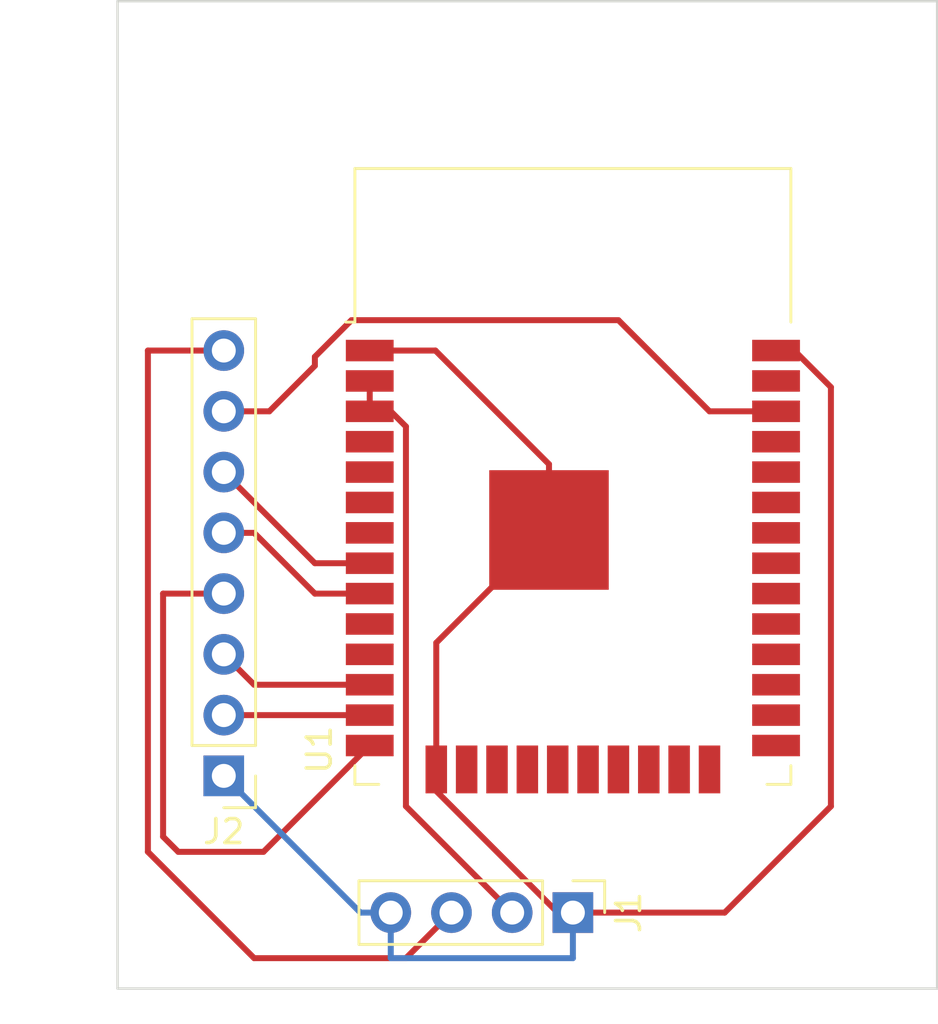
<source format=kicad_pcb>
(kicad_pcb (version 20171130) (host pcbnew 5.99.0+really5.1.10+dfsg1-1)

  (general
    (thickness 1.6)
    (drawings 4)
    (tracks 48)
    (zones 0)
    (modules 3)
    (nets 37)
  )

  (page A4)
  (layers
    (0 F.Cu signal)
    (31 B.Cu signal)
    (32 B.Adhes user)
    (33 F.Adhes user)
    (34 B.Paste user)
    (35 F.Paste user)
    (36 B.SilkS user)
    (37 F.SilkS user)
    (38 B.Mask user)
    (39 F.Mask user)
    (40 Dwgs.User user)
    (41 Cmts.User user)
    (42 Eco1.User user)
    (43 Eco2.User user)
    (44 Edge.Cuts user)
    (45 Margin user)
    (46 B.CrtYd user)
    (47 F.CrtYd user)
    (48 B.Fab user)
    (49 F.Fab user)
  )

  (setup
    (last_trace_width 0.25)
    (trace_clearance 0.2)
    (zone_clearance 0.508)
    (zone_45_only no)
    (trace_min 0.2)
    (via_size 0.8)
    (via_drill 0.4)
    (via_min_size 0.4)
    (via_min_drill 0.3)
    (uvia_size 0.3)
    (uvia_drill 0.1)
    (uvias_allowed no)
    (uvia_min_size 0.2)
    (uvia_min_drill 0.1)
    (edge_width 0.05)
    (segment_width 0.2)
    (pcb_text_width 0.3)
    (pcb_text_size 1.5 1.5)
    (mod_edge_width 0.12)
    (mod_text_size 1 1)
    (mod_text_width 0.15)
    (pad_size 1.524 1.524)
    (pad_drill 0.762)
    (pad_to_mask_clearance 0)
    (aux_axis_origin 0 0)
    (visible_elements FFFFFF7F)
    (pcbplotparams
      (layerselection 0x010fc_ffffffff)
      (usegerberextensions false)
      (usegerberattributes true)
      (usegerberadvancedattributes true)
      (creategerberjobfile true)
      (excludeedgelayer true)
      (linewidth 0.100000)
      (plotframeref false)
      (viasonmask false)
      (mode 1)
      (useauxorigin false)
      (hpglpennumber 1)
      (hpglpenspeed 20)
      (hpglpendiameter 15.000000)
      (psnegative false)
      (psa4output false)
      (plotreference true)
      (plotvalue true)
      (plotinvisibletext false)
      (padsonsilk false)
      (subtractmaskfromsilk false)
      (outputformat 1)
      (mirror false)
      (drillshape 0)
      (scaleselection 1)
      (outputdirectory ""))
  )

  (net 0 "")
  (net 1 GND)
  (net 2 "Net-(U1-Pad37)")
  (net 3 "Net-(J2-Pad3)")
  (net 4 "Net-(U1-Pad35)")
  (net 5 "Net-(U1-Pad34)")
  (net 6 "Net-(U1-Pad33)")
  (net 7 "Net-(U1-Pad32)")
  (net 8 "Net-(U1-Pad31)")
  (net 9 "Net-(U1-Pad30)")
  (net 10 "Net-(U1-Pad29)")
  (net 11 "Net-(U1-Pad28)")
  (net 12 "Net-(U1-Pad27)")
  (net 13 "Net-(U1-Pad26)")
  (net 14 "Net-(U1-Pad25)")
  (net 15 "Net-(U1-Pad24)")
  (net 16 "Net-(U1-Pad23)")
  (net 17 "Net-(U1-Pad22)")
  (net 18 "Net-(U1-Pad21)")
  (net 19 "Net-(U1-Pad20)")
  (net 20 "Net-(U1-Pad19)")
  (net 21 "Net-(U1-Pad18)")
  (net 22 "Net-(U1-Pad17)")
  (net 23 "Net-(U1-Pad16)")
  (net 24 "Net-(J2-Pad2)")
  (net 25 "Net-(J2-Pad4)")
  (net 26 "Net-(U1-Pad11)")
  (net 27 "Net-(U1-Pad10)")
  (net 28 "Net-(J2-Pad6)")
  (net 29 "Net-(U1-Pad7)")
  (net 30 "Net-(U1-Pad6)")
  (net 31 "Net-(U1-Pad5)")
  (net 32 "Net-(U1-Pad4)")
  (net 33 +3V3)
  (net 34 +5V)
  (net 35 "Net-(J2-Pad7)")
  (net 36 "Net-(J2-Pad5)")

  (net_class Default "This is the default net class."
    (clearance 0.2)
    (trace_width 0.25)
    (via_dia 0.8)
    (via_drill 0.4)
    (uvia_dia 0.3)
    (uvia_drill 0.1)
    (add_net +3V3)
    (add_net +5V)
    (add_net GND)
    (add_net "Net-(J2-Pad2)")
    (add_net "Net-(J2-Pad3)")
    (add_net "Net-(J2-Pad4)")
    (add_net "Net-(J2-Pad5)")
    (add_net "Net-(J2-Pad6)")
    (add_net "Net-(J2-Pad7)")
    (add_net "Net-(U1-Pad10)")
    (add_net "Net-(U1-Pad11)")
    (add_net "Net-(U1-Pad16)")
    (add_net "Net-(U1-Pad17)")
    (add_net "Net-(U1-Pad18)")
    (add_net "Net-(U1-Pad19)")
    (add_net "Net-(U1-Pad20)")
    (add_net "Net-(U1-Pad21)")
    (add_net "Net-(U1-Pad22)")
    (add_net "Net-(U1-Pad23)")
    (add_net "Net-(U1-Pad24)")
    (add_net "Net-(U1-Pad25)")
    (add_net "Net-(U1-Pad26)")
    (add_net "Net-(U1-Pad27)")
    (add_net "Net-(U1-Pad28)")
    (add_net "Net-(U1-Pad29)")
    (add_net "Net-(U1-Pad30)")
    (add_net "Net-(U1-Pad31)")
    (add_net "Net-(U1-Pad32)")
    (add_net "Net-(U1-Pad33)")
    (add_net "Net-(U1-Pad34)")
    (add_net "Net-(U1-Pad35)")
    (add_net "Net-(U1-Pad37)")
    (add_net "Net-(U1-Pad4)")
    (add_net "Net-(U1-Pad5)")
    (add_net "Net-(U1-Pad6)")
    (add_net "Net-(U1-Pad7)")
  )

  (module Connector_PinHeader_2.54mm:PinHeader_1x08_P2.54mm_Vertical (layer F.Cu) (tedit 59FED5CC) (tstamp 613B852C)
    (at 17.78 45.72 180)
    (descr "Through hole straight pin header, 1x08, 2.54mm pitch, single row")
    (tags "Through hole pin header THT 1x08 2.54mm single row")
    (path /613BD55F)
    (fp_text reference J2 (at 0 -2.33) (layer F.SilkS)
      (effects (font (size 1 1) (thickness 0.15)))
    )
    (fp_text value Conn_02x04_Top_Bottom (at 0 20.11) (layer F.Fab)
      (effects (font (size 1 1) (thickness 0.15)))
    )
    (fp_line (start 1.8 -1.8) (end -1.8 -1.8) (layer F.CrtYd) (width 0.05))
    (fp_line (start 1.8 19.55) (end 1.8 -1.8) (layer F.CrtYd) (width 0.05))
    (fp_line (start -1.8 19.55) (end 1.8 19.55) (layer F.CrtYd) (width 0.05))
    (fp_line (start -1.8 -1.8) (end -1.8 19.55) (layer F.CrtYd) (width 0.05))
    (fp_line (start -1.33 -1.33) (end 0 -1.33) (layer F.SilkS) (width 0.12))
    (fp_line (start -1.33 0) (end -1.33 -1.33) (layer F.SilkS) (width 0.12))
    (fp_line (start -1.33 1.27) (end 1.33 1.27) (layer F.SilkS) (width 0.12))
    (fp_line (start 1.33 1.27) (end 1.33 19.11) (layer F.SilkS) (width 0.12))
    (fp_line (start -1.33 1.27) (end -1.33 19.11) (layer F.SilkS) (width 0.12))
    (fp_line (start -1.33 19.11) (end 1.33 19.11) (layer F.SilkS) (width 0.12))
    (fp_line (start -1.27 -0.635) (end -0.635 -1.27) (layer F.Fab) (width 0.1))
    (fp_line (start -1.27 19.05) (end -1.27 -0.635) (layer F.Fab) (width 0.1))
    (fp_line (start 1.27 19.05) (end -1.27 19.05) (layer F.Fab) (width 0.1))
    (fp_line (start 1.27 -1.27) (end 1.27 19.05) (layer F.Fab) (width 0.1))
    (fp_line (start -0.635 -1.27) (end 1.27 -1.27) (layer F.Fab) (width 0.1))
    (fp_text user %R (at 0 8.89 90) (layer F.Fab)
      (effects (font (size 1 1) (thickness 0.15)))
    )
    (pad 8 thru_hole oval (at 0 17.78 180) (size 1.7 1.7) (drill 1) (layers *.Cu *.Mask)
      (net 34 +5V))
    (pad 7 thru_hole oval (at 0 15.24 180) (size 1.7 1.7) (drill 1) (layers *.Cu *.Mask)
      (net 35 "Net-(J2-Pad7)"))
    (pad 6 thru_hole oval (at 0 12.7 180) (size 1.7 1.7) (drill 1) (layers *.Cu *.Mask)
      (net 28 "Net-(J2-Pad6)"))
    (pad 5 thru_hole oval (at 0 10.16 180) (size 1.7 1.7) (drill 1) (layers *.Cu *.Mask)
      (net 36 "Net-(J2-Pad5)"))
    (pad 4 thru_hole oval (at 0 7.62 180) (size 1.7 1.7) (drill 1) (layers *.Cu *.Mask)
      (net 25 "Net-(J2-Pad4)"))
    (pad 3 thru_hole oval (at 0 5.08 180) (size 1.7 1.7) (drill 1) (layers *.Cu *.Mask)
      (net 3 "Net-(J2-Pad3)"))
    (pad 2 thru_hole oval (at 0 2.54 180) (size 1.7 1.7) (drill 1) (layers *.Cu *.Mask)
      (net 24 "Net-(J2-Pad2)"))
    (pad 1 thru_hole rect (at 0 0 180) (size 1.7 1.7) (drill 1) (layers *.Cu *.Mask)
      (net 1 GND))
    (model ${KISYS3DMOD}/Connector_PinHeader_2.54mm.3dshapes/PinHeader_1x08_P2.54mm_Vertical.wrl
      (at (xyz 0 0 0))
      (scale (xyz 1 1 1))
      (rotate (xyz 0 0 0))
    )
  )

  (module Connector_PinHeader_2.54mm:PinHeader_1x04_P2.54mm_Vertical (layer F.Cu) (tedit 59FED5CC) (tstamp 613B8510)
    (at 32.385 51.435 270)
    (descr "Through hole straight pin header, 1x04, 2.54mm pitch, single row")
    (tags "Through hole pin header THT 1x04 2.54mm single row")
    (path /613CB939)
    (fp_text reference J1 (at 0 -2.33 90) (layer F.SilkS)
      (effects (font (size 1 1) (thickness 0.15)))
    )
    (fp_text value Conn_01x04 (at 0 9.95 90) (layer F.Fab)
      (effects (font (size 1 1) (thickness 0.15)))
    )
    (fp_line (start 1.8 -1.8) (end -1.8 -1.8) (layer F.CrtYd) (width 0.05))
    (fp_line (start 1.8 9.4) (end 1.8 -1.8) (layer F.CrtYd) (width 0.05))
    (fp_line (start -1.8 9.4) (end 1.8 9.4) (layer F.CrtYd) (width 0.05))
    (fp_line (start -1.8 -1.8) (end -1.8 9.4) (layer F.CrtYd) (width 0.05))
    (fp_line (start -1.33 -1.33) (end 0 -1.33) (layer F.SilkS) (width 0.12))
    (fp_line (start -1.33 0) (end -1.33 -1.33) (layer F.SilkS) (width 0.12))
    (fp_line (start -1.33 1.27) (end 1.33 1.27) (layer F.SilkS) (width 0.12))
    (fp_line (start 1.33 1.27) (end 1.33 8.95) (layer F.SilkS) (width 0.12))
    (fp_line (start -1.33 1.27) (end -1.33 8.95) (layer F.SilkS) (width 0.12))
    (fp_line (start -1.33 8.95) (end 1.33 8.95) (layer F.SilkS) (width 0.12))
    (fp_line (start -1.27 -0.635) (end -0.635 -1.27) (layer F.Fab) (width 0.1))
    (fp_line (start -1.27 8.89) (end -1.27 -0.635) (layer F.Fab) (width 0.1))
    (fp_line (start 1.27 8.89) (end -1.27 8.89) (layer F.Fab) (width 0.1))
    (fp_line (start 1.27 -1.27) (end 1.27 8.89) (layer F.Fab) (width 0.1))
    (fp_line (start -0.635 -1.27) (end 1.27 -1.27) (layer F.Fab) (width 0.1))
    (fp_text user %R (at 0 3.81) (layer F.Fab)
      (effects (font (size 1 1) (thickness 0.15)))
    )
    (pad 4 thru_hole oval (at 0 7.62 270) (size 1.7 1.7) (drill 1) (layers *.Cu *.Mask)
      (net 1 GND))
    (pad 3 thru_hole oval (at 0 5.08 270) (size 1.7 1.7) (drill 1) (layers *.Cu *.Mask)
      (net 34 +5V))
    (pad 2 thru_hole oval (at 0 2.54 270) (size 1.7 1.7) (drill 1) (layers *.Cu *.Mask)
      (net 33 +3V3))
    (pad 1 thru_hole rect (at 0 0 270) (size 1.7 1.7) (drill 1) (layers *.Cu *.Mask)
      (net 1 GND))
    (model ${KISYS3DMOD}/Connector_PinHeader_2.54mm.3dshapes/PinHeader_1x04_P2.54mm_Vertical.wrl
      (at (xyz 0 0 0))
      (scale (xyz 1 1 1))
      (rotate (xyz 0 0 0))
    )
  )

  (module RF_Module:ESP32-WROOM-32 (layer F.Cu) (tedit 5B5B4654) (tstamp 613B7A84)
    (at 32.385 36.195)
    (descr "Single 2.4 GHz Wi-Fi and Bluetooth combo chip https://www.espressif.com/sites/default/files/documentation/esp32-wroom-32_datasheet_en.pdf")
    (tags "Single 2.4 GHz Wi-Fi and Bluetooth combo  chip")
    (path /613B78CE)
    (attr smd)
    (fp_text reference U1 (at -10.61 8.43 90) (layer F.SilkS)
      (effects (font (size 1 1) (thickness 0.15)))
    )
    (fp_text value ESP32-WROOM-32 (at 0 11.5) (layer F.Fab)
      (effects (font (size 1 1) (thickness 0.15)))
    )
    (fp_line (start -9.12 -9.445) (end -9.5 -9.445) (layer F.SilkS) (width 0.12))
    (fp_line (start -9.12 -15.865) (end -9.12 -9.445) (layer F.SilkS) (width 0.12))
    (fp_line (start 9.12 -15.865) (end 9.12 -9.445) (layer F.SilkS) (width 0.12))
    (fp_line (start -9.12 -15.865) (end 9.12 -15.865) (layer F.SilkS) (width 0.12))
    (fp_line (start 9.12 9.88) (end 8.12 9.88) (layer F.SilkS) (width 0.12))
    (fp_line (start 9.12 9.1) (end 9.12 9.88) (layer F.SilkS) (width 0.12))
    (fp_line (start -9.12 9.88) (end -8.12 9.88) (layer F.SilkS) (width 0.12))
    (fp_line (start -9.12 9.1) (end -9.12 9.88) (layer F.SilkS) (width 0.12))
    (fp_line (start 8.4 -20.6) (end 8.2 -20.4) (layer Cmts.User) (width 0.1))
    (fp_line (start 8.4 -16) (end 8.4 -20.6) (layer Cmts.User) (width 0.1))
    (fp_line (start 8.4 -20.6) (end 8.6 -20.4) (layer Cmts.User) (width 0.1))
    (fp_line (start 8.4 -16) (end 8.6 -16.2) (layer Cmts.User) (width 0.1))
    (fp_line (start 8.4 -16) (end 8.2 -16.2) (layer Cmts.User) (width 0.1))
    (fp_line (start -9.2 -13.875) (end -9.4 -14.075) (layer Cmts.User) (width 0.1))
    (fp_line (start -13.8 -13.875) (end -9.2 -13.875) (layer Cmts.User) (width 0.1))
    (fp_line (start -9.2 -13.875) (end -9.4 -13.675) (layer Cmts.User) (width 0.1))
    (fp_line (start -13.8 -13.875) (end -13.6 -13.675) (layer Cmts.User) (width 0.1))
    (fp_line (start -13.8 -13.875) (end -13.6 -14.075) (layer Cmts.User) (width 0.1))
    (fp_line (start 9.2 -13.875) (end 9.4 -13.675) (layer Cmts.User) (width 0.1))
    (fp_line (start 9.2 -13.875) (end 9.4 -14.075) (layer Cmts.User) (width 0.1))
    (fp_line (start 13.8 -13.875) (end 13.6 -13.675) (layer Cmts.User) (width 0.1))
    (fp_line (start 13.8 -13.875) (end 13.6 -14.075) (layer Cmts.User) (width 0.1))
    (fp_line (start 9.2 -13.875) (end 13.8 -13.875) (layer Cmts.User) (width 0.1))
    (fp_line (start 14 -11.585) (end 12 -9.97) (layer Dwgs.User) (width 0.1))
    (fp_line (start 14 -13.2) (end 10 -9.97) (layer Dwgs.User) (width 0.1))
    (fp_line (start 14 -14.815) (end 8 -9.97) (layer Dwgs.User) (width 0.1))
    (fp_line (start 14 -16.43) (end 6 -9.97) (layer Dwgs.User) (width 0.1))
    (fp_line (start 14 -18.045) (end 4 -9.97) (layer Dwgs.User) (width 0.1))
    (fp_line (start 14 -19.66) (end 2 -9.97) (layer Dwgs.User) (width 0.1))
    (fp_line (start 13.475 -20.75) (end 0 -9.97) (layer Dwgs.User) (width 0.1))
    (fp_line (start 11.475 -20.75) (end -2 -9.97) (layer Dwgs.User) (width 0.1))
    (fp_line (start 9.475 -20.75) (end -4 -9.97) (layer Dwgs.User) (width 0.1))
    (fp_line (start 7.475 -20.75) (end -6 -9.97) (layer Dwgs.User) (width 0.1))
    (fp_line (start -8 -9.97) (end 5.475 -20.75) (layer Dwgs.User) (width 0.1))
    (fp_line (start 3.475 -20.75) (end -10 -9.97) (layer Dwgs.User) (width 0.1))
    (fp_line (start 1.475 -20.75) (end -12 -9.97) (layer Dwgs.User) (width 0.1))
    (fp_line (start -0.525 -20.75) (end -14 -9.97) (layer Dwgs.User) (width 0.1))
    (fp_line (start -2.525 -20.75) (end -14 -11.585) (layer Dwgs.User) (width 0.1))
    (fp_line (start -4.525 -20.75) (end -14 -13.2) (layer Dwgs.User) (width 0.1))
    (fp_line (start -6.525 -20.75) (end -14 -14.815) (layer Dwgs.User) (width 0.1))
    (fp_line (start -8.525 -20.75) (end -14 -16.43) (layer Dwgs.User) (width 0.1))
    (fp_line (start -10.525 -20.75) (end -14 -18.045) (layer Dwgs.User) (width 0.1))
    (fp_line (start -12.525 -20.75) (end -14 -19.66) (layer Dwgs.User) (width 0.1))
    (fp_line (start 9.75 -9.72) (end 14.25 -9.72) (layer F.CrtYd) (width 0.05))
    (fp_line (start -14.25 -9.72) (end -9.75 -9.72) (layer F.CrtYd) (width 0.05))
    (fp_line (start 14.25 -21) (end 14.25 -9.72) (layer F.CrtYd) (width 0.05))
    (fp_line (start -14.25 -21) (end -14.25 -9.72) (layer F.CrtYd) (width 0.05))
    (fp_line (start 14 -20.75) (end -14 -20.75) (layer Dwgs.User) (width 0.1))
    (fp_line (start 14 -9.97) (end 14 -20.75) (layer Dwgs.User) (width 0.1))
    (fp_line (start 14 -9.97) (end -14 -9.97) (layer Dwgs.User) (width 0.1))
    (fp_line (start -9 -9.02) (end -8.5 -9.52) (layer F.Fab) (width 0.1))
    (fp_line (start -8.5 -9.52) (end -9 -10.02) (layer F.Fab) (width 0.1))
    (fp_line (start -9 -9.02) (end -9 9.76) (layer F.Fab) (width 0.1))
    (fp_line (start -14.25 -21) (end 14.25 -21) (layer F.CrtYd) (width 0.05))
    (fp_line (start 9.75 -9.72) (end 9.75 10.5) (layer F.CrtYd) (width 0.05))
    (fp_line (start -9.75 10.5) (end 9.75 10.5) (layer F.CrtYd) (width 0.05))
    (fp_line (start -9.75 10.5) (end -9.75 -9.72) (layer F.CrtYd) (width 0.05))
    (fp_line (start -9 -15.745) (end 9 -15.745) (layer F.Fab) (width 0.1))
    (fp_line (start -9 -15.745) (end -9 -10.02) (layer F.Fab) (width 0.1))
    (fp_line (start -9 9.76) (end 9 9.76) (layer F.Fab) (width 0.1))
    (fp_line (start 9 9.76) (end 9 -15.745) (layer F.Fab) (width 0.1))
    (fp_line (start -14 -9.97) (end -14 -20.75) (layer Dwgs.User) (width 0.1))
    (fp_text user "5 mm" (at 7.8 -19.075 90) (layer Cmts.User)
      (effects (font (size 0.5 0.5) (thickness 0.1)))
    )
    (fp_text user "5 mm" (at -11.2 -14.375) (layer Cmts.User)
      (effects (font (size 0.5 0.5) (thickness 0.1)))
    )
    (fp_text user "5 mm" (at 11.8 -14.375) (layer Cmts.User)
      (effects (font (size 0.5 0.5) (thickness 0.1)))
    )
    (fp_text user Antenna (at 0 -13.335) (layer Cmts.User)
      (effects (font (size 1 1) (thickness 0.15)))
    )
    (fp_text user "KEEP-OUT ZONE" (at 0 -19) (layer Cmts.User)
      (effects (font (size 1 1) (thickness 0.15)))
    )
    (fp_text user %R (at 0 0) (layer F.Fab)
      (effects (font (size 1 1) (thickness 0.15)))
    )
    (pad 38 smd rect (at 8.5 -8.255) (size 2 0.9) (layers F.Cu F.Paste F.Mask)
      (net 1 GND))
    (pad 37 smd rect (at 8.5 -6.985) (size 2 0.9) (layers F.Cu F.Paste F.Mask)
      (net 2 "Net-(U1-Pad37)"))
    (pad 36 smd rect (at 8.5 -5.715) (size 2 0.9) (layers F.Cu F.Paste F.Mask)
      (net 35 "Net-(J2-Pad7)"))
    (pad 35 smd rect (at 8.5 -4.445) (size 2 0.9) (layers F.Cu F.Paste F.Mask)
      (net 4 "Net-(U1-Pad35)"))
    (pad 34 smd rect (at 8.5 -3.175) (size 2 0.9) (layers F.Cu F.Paste F.Mask)
      (net 5 "Net-(U1-Pad34)"))
    (pad 33 smd rect (at 8.5 -1.905) (size 2 0.9) (layers F.Cu F.Paste F.Mask)
      (net 6 "Net-(U1-Pad33)"))
    (pad 32 smd rect (at 8.5 -0.635) (size 2 0.9) (layers F.Cu F.Paste F.Mask)
      (net 7 "Net-(U1-Pad32)"))
    (pad 31 smd rect (at 8.5 0.635) (size 2 0.9) (layers F.Cu F.Paste F.Mask)
      (net 8 "Net-(U1-Pad31)"))
    (pad 30 smd rect (at 8.5 1.905) (size 2 0.9) (layers F.Cu F.Paste F.Mask)
      (net 9 "Net-(U1-Pad30)"))
    (pad 29 smd rect (at 8.5 3.175) (size 2 0.9) (layers F.Cu F.Paste F.Mask)
      (net 10 "Net-(U1-Pad29)"))
    (pad 28 smd rect (at 8.5 4.445) (size 2 0.9) (layers F.Cu F.Paste F.Mask)
      (net 11 "Net-(U1-Pad28)"))
    (pad 27 smd rect (at 8.5 5.715) (size 2 0.9) (layers F.Cu F.Paste F.Mask)
      (net 12 "Net-(U1-Pad27)"))
    (pad 26 smd rect (at 8.5 6.985) (size 2 0.9) (layers F.Cu F.Paste F.Mask)
      (net 13 "Net-(U1-Pad26)"))
    (pad 25 smd rect (at 8.5 8.255) (size 2 0.9) (layers F.Cu F.Paste F.Mask)
      (net 14 "Net-(U1-Pad25)"))
    (pad 24 smd rect (at 5.715 9.255 90) (size 2 0.9) (layers F.Cu F.Paste F.Mask)
      (net 15 "Net-(U1-Pad24)"))
    (pad 23 smd rect (at 4.445 9.255 90) (size 2 0.9) (layers F.Cu F.Paste F.Mask)
      (net 16 "Net-(U1-Pad23)"))
    (pad 22 smd rect (at 3.175 9.255 90) (size 2 0.9) (layers F.Cu F.Paste F.Mask)
      (net 17 "Net-(U1-Pad22)"))
    (pad 21 smd rect (at 1.905 9.255 90) (size 2 0.9) (layers F.Cu F.Paste F.Mask)
      (net 18 "Net-(U1-Pad21)"))
    (pad 20 smd rect (at 0.635 9.255 90) (size 2 0.9) (layers F.Cu F.Paste F.Mask)
      (net 19 "Net-(U1-Pad20)"))
    (pad 19 smd rect (at -0.635 9.255 90) (size 2 0.9) (layers F.Cu F.Paste F.Mask)
      (net 20 "Net-(U1-Pad19)"))
    (pad 18 smd rect (at -1.905 9.255 90) (size 2 0.9) (layers F.Cu F.Paste F.Mask)
      (net 21 "Net-(U1-Pad18)"))
    (pad 17 smd rect (at -3.175 9.255 90) (size 2 0.9) (layers F.Cu F.Paste F.Mask)
      (net 22 "Net-(U1-Pad17)"))
    (pad 16 smd rect (at -4.445 9.255 90) (size 2 0.9) (layers F.Cu F.Paste F.Mask)
      (net 23 "Net-(U1-Pad16)"))
    (pad 15 smd rect (at -5.715 9.255 90) (size 2 0.9) (layers F.Cu F.Paste F.Mask)
      (net 1 GND))
    (pad 14 smd rect (at -8.5 8.255) (size 2 0.9) (layers F.Cu F.Paste F.Mask)
      (net 25 "Net-(J2-Pad4)"))
    (pad 13 smd rect (at -8.5 6.985) (size 2 0.9) (layers F.Cu F.Paste F.Mask)
      (net 24 "Net-(J2-Pad2)"))
    (pad 12 smd rect (at -8.5 5.715) (size 2 0.9) (layers F.Cu F.Paste F.Mask)
      (net 3 "Net-(J2-Pad3)"))
    (pad 11 smd rect (at -8.5 4.445) (size 2 0.9) (layers F.Cu F.Paste F.Mask)
      (net 26 "Net-(U1-Pad11)"))
    (pad 10 smd rect (at -8.5 3.175) (size 2 0.9) (layers F.Cu F.Paste F.Mask)
      (net 27 "Net-(U1-Pad10)"))
    (pad 9 smd rect (at -8.5 1.905) (size 2 0.9) (layers F.Cu F.Paste F.Mask)
      (net 36 "Net-(J2-Pad5)"))
    (pad 8 smd rect (at -8.5 0.635) (size 2 0.9) (layers F.Cu F.Paste F.Mask)
      (net 28 "Net-(J2-Pad6)"))
    (pad 7 smd rect (at -8.5 -0.635) (size 2 0.9) (layers F.Cu F.Paste F.Mask)
      (net 29 "Net-(U1-Pad7)"))
    (pad 6 smd rect (at -8.5 -1.905) (size 2 0.9) (layers F.Cu F.Paste F.Mask)
      (net 30 "Net-(U1-Pad6)"))
    (pad 5 smd rect (at -8.5 -3.175) (size 2 0.9) (layers F.Cu F.Paste F.Mask)
      (net 31 "Net-(U1-Pad5)"))
    (pad 4 smd rect (at -8.5 -4.445) (size 2 0.9) (layers F.Cu F.Paste F.Mask)
      (net 32 "Net-(U1-Pad4)"))
    (pad 3 smd rect (at -8.5 -5.715) (size 2 0.9) (layers F.Cu F.Paste F.Mask)
      (net 33 +3V3))
    (pad 2 smd rect (at -8.5 -6.985) (size 2 0.9) (layers F.Cu F.Paste F.Mask)
      (net 33 +3V3))
    (pad 1 smd rect (at -8.5 -8.255) (size 2 0.9) (layers F.Cu F.Paste F.Mask)
      (net 1 GND))
    (pad 39 smd rect (at -1 -0.755) (size 5 5) (layers F.Cu F.Paste F.Mask)
      (net 1 GND))
    (model ${KISYS3DMOD}/RF_Module.3dshapes/ESP32-WROOM-32.wrl
      (at (xyz 0 0 0))
      (scale (xyz 1 1 1))
      (rotate (xyz 0 0 0))
    )
  )

  (gr_line (start 47.625 13.335) (end 47.625 54.61) (layer Edge.Cuts) (width 0.1))
  (gr_line (start 13.335 13.335) (end 47.625 13.335) (layer Edge.Cuts) (width 0.1))
  (gr_line (start 13.335 54.61) (end 13.335 13.335) (layer Edge.Cuts) (width 0.1))
  (gr_line (start 47.625 54.61) (end 13.335 54.61) (layer Edge.Cuts) (width 0.1))

  (segment (start 23.495 51.435) (end 24.765 51.435) (width 0.25) (layer B.Cu) (net 1))
  (segment (start 17.78 45.72) (end 23.495 51.435) (width 0.25) (layer B.Cu) (net 1))
  (segment (start 24.765 51.435) (end 24.765 53.34) (width 0.25) (layer B.Cu) (net 1))
  (segment (start 24.765 53.34) (end 32.385 53.34) (width 0.25) (layer B.Cu) (net 1))
  (segment (start 32.385 53.34) (end 32.385 51.435) (width 0.25) (layer B.Cu) (net 1))
  (segment (start 26.67 40.155) (end 31.385 35.44) (width 0.25) (layer F.Cu) (net 1))
  (segment (start 26.67 45.45) (end 26.67 40.155) (width 0.25) (layer F.Cu) (net 1))
  (segment (start 26.635 27.94) (end 23.885 27.94) (width 0.25) (layer F.Cu) (net 1))
  (segment (start 31.385 32.69) (end 26.635 27.94) (width 0.25) (layer F.Cu) (net 1))
  (segment (start 31.385 35.44) (end 31.385 32.69) (width 0.25) (layer F.Cu) (net 1))
  (segment (start 32.385 51.435) (end 31.75 51.435) (width 0.25) (layer F.Cu) (net 1))
  (segment (start 26.67 46.355) (end 26.67 45.45) (width 0.25) (layer F.Cu) (net 1))
  (segment (start 31.75 51.435) (end 26.67 46.355) (width 0.25) (layer F.Cu) (net 1))
  (segment (start 32.385 51.435) (end 38.735 51.435) (width 0.25) (layer F.Cu) (net 1))
  (segment (start 38.735 51.435) (end 43.18 46.99) (width 0.25) (layer F.Cu) (net 1))
  (segment (start 41.650002 27.94) (end 40.885 27.94) (width 0.25) (layer F.Cu) (net 1))
  (segment (start 43.18 29.469998) (end 41.650002 27.94) (width 0.25) (layer F.Cu) (net 1))
  (segment (start 43.18 46.99) (end 43.18 29.469998) (width 0.25) (layer F.Cu) (net 1))
  (segment (start 19.05 41.91) (end 23.885 41.91) (width 0.25) (layer F.Cu) (net 3))
  (segment (start 17.78 40.64) (end 19.05 41.91) (width 0.25) (layer F.Cu) (net 3))
  (segment (start 17.78 43.18) (end 23.885 43.18) (width 0.25) (layer F.Cu) (net 24))
  (segment (start 19.44 48.895) (end 23.885 44.45) (width 0.25) (layer F.Cu) (net 25))
  (segment (start 15.875 48.895) (end 19.44 48.895) (width 0.25) (layer F.Cu) (net 25))
  (segment (start 15.24 48.26) (end 15.875 48.895) (width 0.25) (layer F.Cu) (net 25))
  (segment (start 15.24 38.1) (end 15.24 48.26) (width 0.25) (layer F.Cu) (net 25))
  (segment (start 17.78 38.1) (end 15.24 38.1) (width 0.25) (layer F.Cu) (net 25))
  (segment (start 21.59 36.83) (end 23.885 36.83) (width 0.25) (layer F.Cu) (net 28))
  (segment (start 17.78 33.02) (end 21.59 36.83) (width 0.25) (layer F.Cu) (net 28))
  (segment (start 24.765 30.48) (end 23.885 30.48) (width 0.25) (layer F.Cu) (net 33))
  (segment (start 25.4 31.115) (end 24.765 30.48) (width 0.25) (layer F.Cu) (net 33))
  (segment (start 25.4 46.99) (end 25.4 31.115) (width 0.25) (layer F.Cu) (net 33))
  (segment (start 29.845 51.435) (end 25.4 46.99) (width 0.25) (layer F.Cu) (net 33))
  (segment (start 23.885 29.21) (end 23.885 30.48) (width 0.25) (layer F.Cu) (net 33))
  (segment (start 19.05 53.34) (end 25.4 53.34) (width 0.25) (layer F.Cu) (net 34))
  (segment (start 14.605 48.895) (end 19.05 53.34) (width 0.25) (layer F.Cu) (net 34))
  (segment (start 25.4 53.34) (end 27.305 51.435) (width 0.25) (layer F.Cu) (net 34))
  (segment (start 14.605 27.94) (end 14.605 48.895) (width 0.25) (layer F.Cu) (net 34))
  (segment (start 17.78 27.94) (end 14.605 27.94) (width 0.25) (layer F.Cu) (net 34))
  (segment (start 17.78 30.48) (end 19.685 30.48) (width 0.25) (layer F.Cu) (net 35))
  (segment (start 19.685 30.48) (end 21.59 28.575) (width 0.25) (layer F.Cu) (net 35))
  (segment (start 21.59 28.199998) (end 23.119998 26.67) (width 0.25) (layer F.Cu) (net 35))
  (segment (start 21.59 28.575) (end 21.59 28.199998) (width 0.25) (layer F.Cu) (net 35))
  (segment (start 23.119998 26.67) (end 34.29 26.67) (width 0.25) (layer F.Cu) (net 35))
  (segment (start 38.1 30.48) (end 40.885 30.48) (width 0.25) (layer F.Cu) (net 35))
  (segment (start 34.29 26.67) (end 38.1 30.48) (width 0.25) (layer F.Cu) (net 35))
  (segment (start 17.78 35.56) (end 19.05 35.56) (width 0.25) (layer F.Cu) (net 36))
  (segment (start 21.59 38.1) (end 23.885 38.1) (width 0.25) (layer F.Cu) (net 36))
  (segment (start 19.05 35.56) (end 21.59 38.1) (width 0.25) (layer F.Cu) (net 36))

)

</source>
